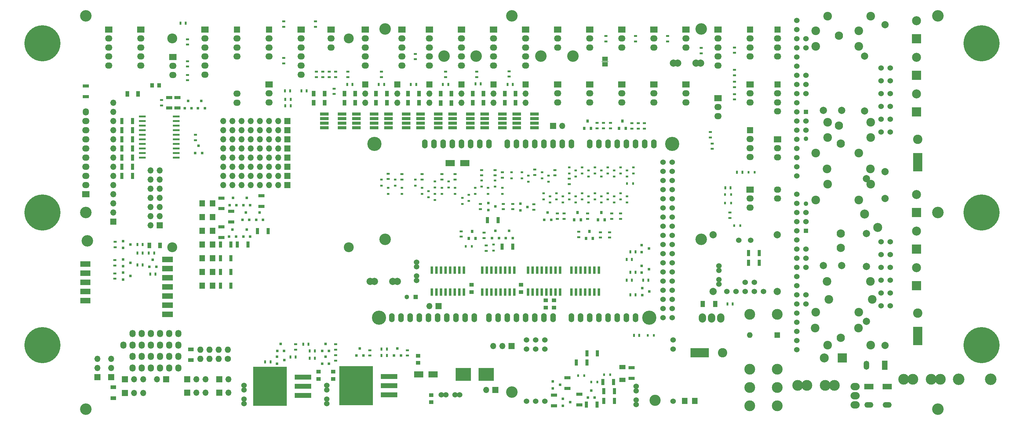
<source format=gts>
%TF.GenerationSoftware,KiCad,Pcbnew,(2017-02-19 revision a416f3a4e)-master*%
%TF.CreationDate,2017-04-18T11:18:29+02:00*%
%TF.ProjectId,ardumower mega shield svn,617264756D6F776572206D6567612073,1.3*%
%TF.FileFunction,Soldermask,Top*%
%TF.FilePolarity,Negative*%
%FSLAX46Y46*%
G04 Gerber Fmt 4.6, Leading zero omitted, Abs format (unit mm)*
G04 Created by KiCad (PCBNEW (2017-02-19 revision a416f3a4e)-master) date 04/18/17 11:18:29*
%MOMM*%
%LPD*%
G01*
G04 APERTURE LIST*
%ADD10C,0.100000*%
%ADD11R,2.500000X1.800000*%
%ADD12O,1.727200X2.032000*%
%ADD13C,2.750000*%
%ADD14C,2.000000*%
%ADD15C,1.524000*%
%ADD16R,1.600200X1.168400*%
%ADD17O,1.524000X2.540000*%
%ADD18C,3.937000*%
%ADD19R,1.700000X1.700000*%
%ADD20O,1.700000X1.700000*%
%ADD21R,0.800100X0.800100*%
%ADD22R,2.499360X1.501140*%
%ADD23O,2.499360X1.501140*%
%ADD24R,1.300000X1.300000*%
%ADD25C,1.300000*%
%ADD26C,1.998980*%
%ADD27C,2.301240*%
%ADD28C,1.501140*%
%ADD29C,3.200000*%
%ADD30C,10.000000*%
%ADD31C,2.500000*%
%ADD32R,2.500000X2.500000*%
%ADD33R,2.600000X2.600000*%
%ADD34C,2.600000*%
%ADD35C,3.100000*%
%ADD36C,2.999740*%
%ADD37R,1.250000X1.000000*%
%ADD38R,1.597660X1.800860*%
%ADD39R,4.191000X3.556000*%
%ADD40R,2.381200X0.958800*%
%ADD41R,1.699260X1.300480*%
%ADD42R,4.600000X1.390000*%
%ADD43R,9.400000X10.800000*%
%ADD44O,2.032000X2.540000*%
%ADD45O,2.540000X2.032000*%
%ADD46O,2.032000X1.727200*%
%ADD47R,2.032000X1.727200*%
%ADD48R,1.720000X1.720000*%
%ADD49O,2.032000X1.720000*%
%ADD50O,2.023000X1.720000*%
%ADD51R,2.032000X1.720000*%
%ADD52R,2.032000X1.700000*%
%ADD53O,2.032000X1.710000*%
%ADD54R,2.032000X1.710000*%
%ADD55R,0.660400X2.032000*%
%ADD56R,1.300480X1.699260*%
%ADD57R,1.000000X1.250000*%
%ADD58C,2.400000*%
%ADD59R,1.000000X1.600000*%
%ADD60R,1.600000X1.000000*%
%ADD61R,1.950000X0.600000*%
%ADD62R,0.900000X0.500000*%
%ADD63R,0.500000X0.900000*%
%ADD64R,0.600000X0.800000*%
%ADD65R,0.800000X0.600000*%
%ADD66R,0.800000X0.900000*%
%ADD67R,0.900000X1.700000*%
%ADD68R,1.700000X0.900000*%
%ADD69R,1.524000X1.524000*%
%ADD70O,1.727200X1.727200*%
%ADD71C,1.727200*%
%ADD72R,1.501140X2.499360*%
%ADD73O,1.501140X2.499360*%
%ADD74R,1.600000X1.600000*%
%ADD75O,1.600000X1.600000*%
G04 APERTURE END LIST*
D10*
G36*
X173456600Y-45643800D02*
X173456600Y-45796200D01*
X175285400Y-45796200D01*
X175285400Y-45643800D01*
X173456600Y-45643800D01*
G37*
D11*
X135477000Y-73914000D03*
X131477000Y-73914000D03*
X122714000Y-132588000D03*
X126714000Y-132588000D03*
D12*
X43408600Y-121259600D03*
X45948600Y-121259600D03*
X48488600Y-121259600D03*
X51028600Y-121259600D03*
X53568600Y-121259600D03*
X56108600Y-121259600D03*
X40868600Y-124434600D03*
X43408600Y-124434600D03*
X45948600Y-124434600D03*
X48488600Y-124434600D03*
X51028600Y-124434600D03*
X53568600Y-124434600D03*
X56108600Y-124434600D03*
X43408600Y-130784600D03*
X45948600Y-130784600D03*
X48488600Y-130784600D03*
X51028600Y-130784600D03*
X53568600Y-130784600D03*
X56108600Y-130784600D03*
X56108600Y-130784600D03*
X56108600Y-130784600D03*
X56108600Y-127609600D03*
X53568600Y-127609600D03*
X51028600Y-127609600D03*
X48488600Y-127609600D03*
X45948600Y-127609600D03*
X43408600Y-127609600D03*
D13*
X54367000Y-97326000D03*
X103367000Y-39326000D03*
X103367000Y-97326000D03*
X54367000Y-39326000D03*
D14*
X252031500Y-35496500D03*
X252031500Y-76263500D03*
D15*
X230124000Y-39370000D03*
X230124000Y-41910000D03*
X230124000Y-49530000D03*
X230124000Y-52070000D03*
X230124000Y-54610000D03*
X230124000Y-62230000D03*
X230124000Y-64770000D03*
X250952000Y-47498000D03*
X250952000Y-51054000D03*
X250952000Y-54610000D03*
X250952000Y-58166000D03*
X250952000Y-61722000D03*
X250952000Y-65278000D03*
X227584000Y-34290000D03*
X227584000Y-36830000D03*
X227584000Y-39370000D03*
X227584000Y-41910000D03*
X227584000Y-44450000D03*
X227584000Y-46990000D03*
X227584000Y-49530000D03*
X227584000Y-52070000D03*
X227584000Y-54610000D03*
X227584000Y-57150000D03*
X227584000Y-59690000D03*
X227584000Y-62230000D03*
X227584000Y-64770000D03*
X227584000Y-67310000D03*
X227584000Y-69850000D03*
X227584000Y-72390000D03*
X227584000Y-74930000D03*
X227584000Y-77470000D03*
X253492000Y-65278000D03*
X253492000Y-61722000D03*
X253492000Y-58166000D03*
X253492000Y-54610000D03*
X253492000Y-51054000D03*
X253492000Y-47498000D03*
X253492000Y-95758000D03*
X253492000Y-99314000D03*
X253492000Y-102870000D03*
X253492000Y-106426000D03*
X253492000Y-109982000D03*
X253492000Y-113538000D03*
X227584000Y-125730000D03*
X227584000Y-123190000D03*
X227584000Y-120650000D03*
X227584000Y-118110000D03*
X227584000Y-115570000D03*
X227584000Y-113030000D03*
X227584000Y-110490000D03*
X227584000Y-107950000D03*
X227584000Y-105410000D03*
X227584000Y-102870000D03*
X227584000Y-100330000D03*
X227584000Y-97790000D03*
X227584000Y-95250000D03*
X227584000Y-92710000D03*
X227584000Y-90170000D03*
X227584000Y-87630000D03*
X227584000Y-85090000D03*
X227584000Y-82550000D03*
X250952000Y-113538000D03*
X250952000Y-109982000D03*
X250952000Y-106426000D03*
X250952000Y-102870000D03*
X250952000Y-99314000D03*
X250952000Y-95758000D03*
X230124000Y-113030000D03*
X230124000Y-110490000D03*
X230124000Y-102870000D03*
X230124000Y-100330000D03*
X230124000Y-97790000D03*
X230124000Y-90170000D03*
X230124000Y-87630000D03*
D14*
X252031500Y-124523500D03*
X252031500Y-83756500D03*
D16*
X174371000Y-46482000D03*
X174371000Y-44958000D03*
D17*
X124460000Y-68580000D03*
X127000000Y-68580000D03*
X115316000Y-116840000D03*
X117856000Y-116840000D03*
D15*
X193040000Y-73660000D03*
X190500000Y-73660000D03*
X193040000Y-76200000D03*
X190500000Y-76200000D03*
X193040000Y-78740000D03*
X190500000Y-78740000D03*
X193040000Y-81280000D03*
X190500000Y-81280000D03*
X193040000Y-83820000D03*
X190500000Y-83820000D03*
X193040000Y-86360000D03*
X190500000Y-86360000D03*
X193040000Y-88900000D03*
X190500000Y-88900000D03*
X193040000Y-91440000D03*
X190500000Y-91440000D03*
X193040000Y-93980000D03*
X190500000Y-93980000D03*
X193040000Y-96520000D03*
X190500000Y-96520000D03*
X193040000Y-99060000D03*
X190500000Y-99060000D03*
X193040000Y-101600000D03*
X190500000Y-101600000D03*
X190500000Y-104140000D03*
X193040000Y-104140000D03*
X193040000Y-116840000D03*
X190500000Y-116840000D03*
X193040000Y-106680000D03*
X190500000Y-106680000D03*
X193040000Y-109220000D03*
X190500000Y-109220000D03*
X193040000Y-111760000D03*
X190500000Y-111760000D03*
X193040000Y-114300000D03*
X190500000Y-114300000D03*
D18*
X110490000Y-68580000D03*
X111760000Y-116840000D03*
X186690000Y-116840000D03*
X193040000Y-68580000D03*
D17*
X134620000Y-68580000D03*
X120396000Y-116840000D03*
X122936000Y-116840000D03*
X125476000Y-116840000D03*
X128016000Y-116840000D03*
X130556000Y-116840000D03*
X133096000Y-116840000D03*
X135636000Y-116840000D03*
X138176000Y-116840000D03*
X142240000Y-116840000D03*
X144780000Y-116840000D03*
X147320000Y-116840000D03*
X149860000Y-116840000D03*
X152400000Y-116840000D03*
X154940000Y-116840000D03*
X157480000Y-116840000D03*
X160020000Y-116840000D03*
X129540000Y-68580000D03*
X132080000Y-68580000D03*
X137160000Y-68580000D03*
X139700000Y-68580000D03*
X142240000Y-68580000D03*
X152400000Y-68580000D03*
X149860000Y-68580000D03*
X147320000Y-68580000D03*
X154940000Y-68580000D03*
X157480000Y-68580000D03*
X160020000Y-68580000D03*
X177800000Y-68580000D03*
X175260000Y-68580000D03*
X172720000Y-68580000D03*
X162560000Y-68580000D03*
X165100000Y-68580000D03*
X170180000Y-68580000D03*
X180340000Y-68580000D03*
X182880000Y-68580000D03*
X185420000Y-68580000D03*
X187960000Y-68580000D03*
X182880000Y-116840000D03*
X180340000Y-116840000D03*
X177800000Y-116840000D03*
X175260000Y-116840000D03*
X172720000Y-116840000D03*
X170180000Y-116840000D03*
X167640000Y-116840000D03*
X165100000Y-116840000D03*
D19*
X152400000Y-52070000D03*
D20*
X152400000Y-54610000D03*
X152400000Y-57150000D03*
D19*
X143510000Y-52070000D03*
D20*
X143510000Y-54610000D03*
X143510000Y-57150000D03*
D19*
X134620000Y-52070000D03*
D20*
X134620000Y-54610000D03*
X134620000Y-57150000D03*
D19*
X125730000Y-52070000D03*
D20*
X125730000Y-54610000D03*
X125730000Y-57150000D03*
D19*
X116840000Y-52070000D03*
D20*
X116840000Y-54610000D03*
X116840000Y-57150000D03*
D19*
X107950000Y-52070000D03*
D20*
X107950000Y-54610000D03*
X107950000Y-57150000D03*
D19*
X58547000Y-133985000D03*
D20*
X61087000Y-133985000D03*
X63627000Y-133985000D03*
D19*
X41275000Y-133985000D03*
D20*
X43815000Y-133985000D03*
X46355000Y-133985000D03*
D19*
X37465000Y-133350000D03*
D20*
X37465000Y-130810000D03*
X37465000Y-128270000D03*
D19*
X52705000Y-133985000D03*
D20*
X50165000Y-133985000D03*
D19*
X67437000Y-137668000D03*
D20*
X69977000Y-137668000D03*
D19*
X67437000Y-133985000D03*
D20*
X69977000Y-133985000D03*
D19*
X86360000Y-80010000D03*
D20*
X83820000Y-80010000D03*
X81280000Y-80010000D03*
X78740000Y-80010000D03*
X76200000Y-80010000D03*
X73660000Y-80010000D03*
X71120000Y-80010000D03*
X68580000Y-80010000D03*
D19*
X86360000Y-77470000D03*
D20*
X83820000Y-77470000D03*
X81280000Y-77470000D03*
X78740000Y-77470000D03*
X76200000Y-77470000D03*
X73660000Y-77470000D03*
X71120000Y-77470000D03*
X68580000Y-77470000D03*
D19*
X86360000Y-74930000D03*
D20*
X83820000Y-74930000D03*
X81280000Y-74930000D03*
X78740000Y-74930000D03*
X76200000Y-74930000D03*
X73660000Y-74930000D03*
X71120000Y-74930000D03*
X68580000Y-74930000D03*
D19*
X86360000Y-69850000D03*
D20*
X83820000Y-69850000D03*
X81280000Y-69850000D03*
X78740000Y-69850000D03*
X76200000Y-69850000D03*
X73660000Y-69850000D03*
X71120000Y-69850000D03*
X68580000Y-69850000D03*
D19*
X86360000Y-67310000D03*
D20*
X83820000Y-67310000D03*
X81280000Y-67310000D03*
X78740000Y-67310000D03*
X76200000Y-67310000D03*
X73660000Y-67310000D03*
X71120000Y-67310000D03*
X68580000Y-67310000D03*
D19*
X86360000Y-64770000D03*
D20*
X83820000Y-64770000D03*
X81280000Y-64770000D03*
X78740000Y-64770000D03*
X76200000Y-64770000D03*
X73660000Y-64770000D03*
X71120000Y-64770000D03*
X68580000Y-64770000D03*
D19*
X86360000Y-62230000D03*
D20*
X83820000Y-62230000D03*
X81280000Y-62230000D03*
X78740000Y-62230000D03*
X76200000Y-62230000D03*
X73660000Y-62230000D03*
X71120000Y-62230000D03*
X68580000Y-62230000D03*
D21*
X170561000Y-137050780D03*
X171511000Y-139049760D03*
X169611000Y-139049760D03*
D22*
X252603000Y-136017000D03*
D23*
X252603000Y-141097000D03*
D24*
X121920000Y-111125000D03*
D25*
X119420000Y-111125000D03*
D23*
X247523000Y-141097000D03*
D22*
X247523000Y-136017000D03*
D25*
X230124000Y-85210000D03*
D24*
X230124000Y-92710000D03*
X230124000Y-59690000D03*
D25*
X230124000Y-67190000D03*
D26*
X246380000Y-44196000D03*
X246380000Y-59436000D03*
X246888000Y-102616000D03*
X246888000Y-117856000D03*
X246888000Y-78232000D03*
X246888000Y-93472000D03*
D27*
X239268000Y-63500000D03*
X239268000Y-38501320D03*
X239776000Y-122428000D03*
X239776000Y-97429320D03*
X239776000Y-68473320D03*
X239776000Y-93472000D03*
D28*
X183007000Y-139700000D03*
X183007000Y-137160000D03*
D15*
X183007000Y-135890000D03*
X183007000Y-140970000D03*
D29*
X30480000Y-87630000D03*
X30480000Y-142240000D03*
X148590000Y-33020000D03*
X148590000Y-137541000D03*
X266700000Y-33020000D03*
X266700000Y-87630000D03*
X266700000Y-142240000D03*
D30*
X18415000Y-40640000D03*
X18415000Y-87630000D03*
X18415000Y-124460000D03*
X278765000Y-40640000D03*
X278765000Y-87630000D03*
X278765000Y-124460000D03*
D29*
X272415000Y-133985000D03*
X281305000Y-133985000D03*
D31*
X260731000Y-102950000D03*
D32*
X260731000Y-107950000D03*
X260731000Y-97790000D03*
D31*
X260731000Y-92790000D03*
X260731000Y-82630000D03*
D32*
X260731000Y-87630000D03*
D31*
X260731000Y-54690000D03*
D32*
X260731000Y-59690000D03*
D31*
X260731000Y-44530000D03*
D32*
X260731000Y-49530000D03*
D31*
X260731000Y-34370000D03*
D32*
X260731000Y-39370000D03*
D14*
X200903840Y-46177200D03*
X193304160Y-46177200D03*
X199644000Y-46177200D03*
X194564000Y-46177200D03*
D15*
X210693000Y-109601000D03*
X208153000Y-109601000D03*
X218313000Y-109601000D03*
X211455000Y-95377000D03*
X214757000Y-95377000D03*
D14*
X204343000Y-109601000D03*
X222123000Y-109601000D03*
X204343000Y-93853000D03*
X222123000Y-93853000D03*
D15*
X215773000Y-109601000D03*
X213233000Y-109601000D03*
X213233000Y-107061000D03*
X215773000Y-107061000D03*
D33*
X261112000Y-123190000D03*
X261112000Y-120650000D03*
D34*
X261112000Y-115570000D03*
D33*
X261112000Y-123190000D03*
X199390000Y-126619000D03*
X201930000Y-126619000D03*
D34*
X207010000Y-126619000D03*
D33*
X199390000Y-126619000D03*
X261112000Y-74930000D03*
X261112000Y-72390000D03*
D34*
X261112000Y-67310000D03*
D33*
X261112000Y-74930000D03*
D15*
X193294000Y-125603000D03*
X157734000Y-125603000D03*
X152654000Y-125603000D03*
X155194000Y-125603000D03*
X157734000Y-123063000D03*
X155194000Y-123063000D03*
X157734000Y-140081000D03*
X155194000Y-140081000D03*
D35*
X188224000Y-139817000D03*
D15*
X193294000Y-140081000D03*
X193294000Y-123063000D03*
X152654000Y-123063000D03*
X152654000Y-140081000D03*
D36*
X222123000Y-141351000D03*
X222123000Y-136271000D03*
X222123000Y-131191000D03*
X214503000Y-141351000D03*
X214503000Y-136271000D03*
X214503000Y-131191000D03*
X214503000Y-115951000D03*
X222123000Y-115951000D03*
D28*
X205994000Y-103759000D03*
X205994000Y-106299000D03*
D15*
X205994000Y-107569000D03*
X205994000Y-102489000D03*
D37*
X126238000Y-138319000D03*
X126238000Y-140319000D03*
X99060000Y-131842000D03*
X99060000Y-133842000D03*
X94996000Y-133842000D03*
X94996000Y-131842000D03*
X122555000Y-127397000D03*
X122555000Y-129397000D03*
D38*
X196446140Y-139954000D03*
X199285860Y-139954000D03*
D39*
X135128000Y-132588000D03*
X141478000Y-132588000D03*
D40*
X101523800Y-60325000D03*
X101523800Y-61595000D03*
X101523800Y-62865000D03*
X101523800Y-64135000D03*
X96596200Y-64135000D03*
X96596200Y-62865000D03*
X96596200Y-61595000D03*
X96596200Y-60325000D03*
X110413800Y-60325000D03*
X110413800Y-61595000D03*
X110413800Y-62865000D03*
X110413800Y-64135000D03*
X105486200Y-64135000D03*
X105486200Y-62865000D03*
X105486200Y-61595000D03*
X105486200Y-60325000D03*
X119303800Y-60325000D03*
X119303800Y-61595000D03*
X119303800Y-62865000D03*
X119303800Y-64135000D03*
X114376200Y-64135000D03*
X114376200Y-62865000D03*
X114376200Y-61595000D03*
X114376200Y-60325000D03*
X123266200Y-60325000D03*
X123266200Y-61595000D03*
X123266200Y-62865000D03*
X123266200Y-64135000D03*
X128193800Y-64135000D03*
X128193800Y-62865000D03*
X128193800Y-61595000D03*
X128193800Y-60325000D03*
X137083800Y-60325000D03*
X137083800Y-61595000D03*
X137083800Y-62865000D03*
X137083800Y-64135000D03*
X132156200Y-64135000D03*
X132156200Y-62865000D03*
X132156200Y-61595000D03*
X132156200Y-60325000D03*
X141046200Y-60325000D03*
X141046200Y-61595000D03*
X141046200Y-62865000D03*
X141046200Y-64135000D03*
X145973800Y-64135000D03*
X145973800Y-62865000D03*
X145973800Y-61595000D03*
X145973800Y-60325000D03*
X149936200Y-60325000D03*
X149936200Y-61595000D03*
X149936200Y-62865000D03*
X149936200Y-64135000D03*
X154863800Y-64135000D03*
X154863800Y-62865000D03*
X154863800Y-61595000D03*
X154863800Y-60325000D03*
D21*
X184673240Y-108651000D03*
X184673240Y-110551000D03*
X186672220Y-109601000D03*
X186545220Y-103378000D03*
X184546240Y-104328000D03*
X184546240Y-102428000D03*
X184546240Y-96713000D03*
X184546240Y-98613000D03*
X186545220Y-97663000D03*
X49022000Y-100728780D03*
X49972000Y-102727760D03*
X48072000Y-102727760D03*
X40782240Y-95570000D03*
X40782240Y-97470000D03*
X42781220Y-96520000D03*
X42781220Y-101600000D03*
X40782240Y-102550000D03*
X40782240Y-100650000D03*
X40782240Y-104333000D03*
X40782240Y-106233000D03*
X42781220Y-105283000D03*
D41*
X179197000Y-130583940D03*
X179197000Y-134084060D03*
D42*
X114554000Y-135763000D03*
D43*
X105404000Y-135763000D03*
D42*
X114554000Y-133223000D03*
X114554000Y-138303000D03*
X90678000Y-138430000D03*
X90678000Y-133350000D03*
D43*
X81528000Y-135890000D03*
D42*
X90678000Y-135890000D03*
D44*
X203962000Y-116967000D03*
X206502000Y-116967000D03*
X201422000Y-116967000D03*
D45*
X243713000Y-141097000D03*
X243713000Y-136017000D03*
X243713000Y-138557000D03*
D38*
X65554860Y-104140000D03*
X62715140Y-104140000D03*
X62715140Y-107950000D03*
X65554860Y-107950000D03*
X65554860Y-96520000D03*
X62715140Y-96520000D03*
X62715140Y-85090000D03*
X65554860Y-85090000D03*
X65554860Y-100330000D03*
X62715140Y-100330000D03*
X62715140Y-88900000D03*
X65554860Y-88900000D03*
X65554860Y-92710000D03*
X62715140Y-92710000D03*
D21*
X161907220Y-135509000D03*
X159908240Y-136459000D03*
X159908240Y-134559000D03*
X162702240Y-139385000D03*
X162702240Y-141285000D03*
X164701220Y-140335000D03*
X61722000Y-69105780D03*
X62672000Y-71104760D03*
X60772000Y-71104760D03*
D46*
X81280000Y-57070000D03*
X81280000Y-54570000D03*
D47*
X81280000Y-52070000D03*
D48*
X222250000Y-36830000D03*
D49*
X222250000Y-39330000D03*
D50*
X222250000Y-41830000D03*
D49*
X222250000Y-44330000D03*
D48*
X214630000Y-36830000D03*
D49*
X214630000Y-39330000D03*
D50*
X214630000Y-41830000D03*
D49*
X214630000Y-44330000D03*
D51*
X107950000Y-36830000D03*
D49*
X107950000Y-39330000D03*
X107950000Y-41830000D03*
X107950000Y-44330000D03*
X107950000Y-46830000D03*
X118110000Y-46830000D03*
X118110000Y-44330000D03*
X118110000Y-41830000D03*
X118110000Y-39330000D03*
D51*
X118110000Y-36830000D03*
D49*
X125730000Y-46830000D03*
X125730000Y-44330000D03*
X125730000Y-41830000D03*
X125730000Y-39330000D03*
D51*
X125730000Y-36830000D03*
X134620000Y-36830000D03*
D49*
X134620000Y-39330000D03*
X134620000Y-41830000D03*
X134620000Y-44330000D03*
X134620000Y-46830000D03*
D52*
X143510000Y-36830000D03*
D49*
X143510000Y-39330000D03*
X143510000Y-41830000D03*
X143510000Y-44330000D03*
X143510000Y-46830000D03*
X152400000Y-46830000D03*
X152400000Y-44330000D03*
X152400000Y-41830000D03*
X152400000Y-39330000D03*
D51*
X152400000Y-36830000D03*
D48*
X214630000Y-64770000D03*
D49*
X214630000Y-67270000D03*
D50*
X214630000Y-69770000D03*
D49*
X214630000Y-72270000D03*
X222250000Y-59570000D03*
D50*
X222250000Y-57070000D03*
D49*
X222250000Y-54570000D03*
D48*
X222250000Y-52070000D03*
D51*
X54610000Y-44450000D03*
D49*
X54610000Y-46950000D03*
X54610000Y-49450000D03*
X98425000Y-41830000D03*
X98425000Y-39330000D03*
D51*
X98425000Y-36830000D03*
D49*
X179070000Y-41830000D03*
X179070000Y-39330000D03*
D51*
X179070000Y-36830000D03*
X161290000Y-52070000D03*
D49*
X161290000Y-54570000D03*
X161290000Y-57070000D03*
X170180000Y-57070000D03*
X170180000Y-54570000D03*
D51*
X170180000Y-52070000D03*
X170180000Y-36830000D03*
D49*
X170180000Y-39330000D03*
X170180000Y-41830000D03*
X179070000Y-57070000D03*
X179070000Y-54570000D03*
D51*
X179070000Y-52070000D03*
D49*
X161290000Y-41830000D03*
X161290000Y-39330000D03*
D51*
X161290000Y-36830000D03*
X222250000Y-67310000D03*
D49*
X222250000Y-69810000D03*
X222250000Y-72310000D03*
D51*
X214630000Y-81280000D03*
D53*
X214630000Y-83780000D03*
X214630000Y-86280000D03*
X222250000Y-83780000D03*
X222250000Y-81280000D03*
X72390000Y-54650000D03*
X72390000Y-57150000D03*
D49*
X205740000Y-46830000D03*
X205740000Y-44330000D03*
X205740000Y-41830000D03*
X205740000Y-39330000D03*
D51*
X205740000Y-36830000D03*
D53*
X63500000Y-49330000D03*
X63500000Y-46830000D03*
X63500000Y-44330000D03*
X63500000Y-41830000D03*
X63500000Y-39330000D03*
D54*
X63500000Y-36830000D03*
D53*
X90170000Y-49330000D03*
X90170000Y-46830000D03*
X90170000Y-44330000D03*
X90170000Y-41830000D03*
X90170000Y-39330000D03*
D54*
X90170000Y-36830000D03*
X214630000Y-52070000D03*
D53*
X214630000Y-54570000D03*
X214630000Y-57070000D03*
D54*
X205740000Y-55880000D03*
D53*
X205740000Y-58380000D03*
X205740000Y-60880000D03*
D29*
X30480000Y-33020000D03*
D55*
X165100000Y-109753400D03*
X166370000Y-109753400D03*
X167640000Y-109753400D03*
X168910000Y-109753400D03*
X170180000Y-109753400D03*
X171450000Y-109753400D03*
X172720000Y-109753400D03*
X172720000Y-103606600D03*
X171450000Y-103606600D03*
X170180000Y-103606600D03*
X168910000Y-103606600D03*
X167640000Y-103606600D03*
X166370000Y-103606600D03*
X165100000Y-103606600D03*
X161925000Y-103606600D03*
X160655000Y-103606600D03*
X159385000Y-103606600D03*
X158115000Y-103606600D03*
X156845000Y-103606600D03*
X155575000Y-103606600D03*
X154305000Y-103606600D03*
X153035000Y-103606600D03*
X153035000Y-109753400D03*
X154305000Y-109753400D03*
X155575000Y-109753400D03*
X156845000Y-109753400D03*
X158115000Y-109753400D03*
X159385000Y-109753400D03*
X160655000Y-109753400D03*
X161925000Y-109753400D03*
X135255000Y-109753400D03*
X133985000Y-109753400D03*
X132715000Y-109753400D03*
X131445000Y-109753400D03*
X130175000Y-109753400D03*
X128905000Y-109753400D03*
X127635000Y-109753400D03*
X126365000Y-109753400D03*
X126365000Y-103606600D03*
X127635000Y-103606600D03*
X128905000Y-103606600D03*
X130175000Y-103606600D03*
X131445000Y-103606600D03*
X132715000Y-103606600D03*
X133985000Y-103606600D03*
X135255000Y-103606600D03*
X149225000Y-103606600D03*
X147955000Y-103606600D03*
X146685000Y-103606600D03*
X145415000Y-103606600D03*
X144145000Y-103606600D03*
X142875000Y-103606600D03*
X141605000Y-103606600D03*
X140335000Y-103606600D03*
X140335000Y-109753400D03*
X141605000Y-109753400D03*
X142875000Y-109753400D03*
X144145000Y-109753400D03*
X145415000Y-109753400D03*
X146685000Y-109753400D03*
X147955000Y-109753400D03*
X149225000Y-109753400D03*
D53*
X196850000Y-41830000D03*
X196850000Y-39330000D03*
D54*
X196850000Y-36830000D03*
D53*
X187960000Y-41830000D03*
X187960000Y-39330000D03*
D54*
X187960000Y-36830000D03*
X196850000Y-52070000D03*
D53*
X196850000Y-54570000D03*
X196850000Y-57070000D03*
X187960000Y-57070000D03*
X187960000Y-54570000D03*
D54*
X187960000Y-52070000D03*
D37*
X160274000Y-114030000D03*
X160274000Y-112030000D03*
X137414000Y-107712000D03*
X137414000Y-109712000D03*
X151130000Y-109712000D03*
X151130000Y-107712000D03*
X157988000Y-112030000D03*
X157988000Y-114030000D03*
D56*
X201449940Y-113030000D03*
X204950060Y-113030000D03*
D57*
X48784000Y-52324000D03*
X50784000Y-52324000D03*
D21*
X75057000Y-92346780D03*
X76007000Y-94345760D03*
X74107000Y-94345760D03*
X70170000Y-94345760D03*
X72070000Y-94345760D03*
X71120000Y-92346780D03*
X78613000Y-87647780D03*
X79563000Y-89646760D03*
X77663000Y-89646760D03*
X73853000Y-89646760D03*
X75753000Y-89646760D03*
X74803000Y-87647780D03*
X75057000Y-83583780D03*
X76007000Y-85582760D03*
X74107000Y-85582760D03*
X70297000Y-85582760D03*
X72197000Y-85582760D03*
X71247000Y-83583780D03*
X143068000Y-94726760D03*
X144968000Y-94726760D03*
X144018000Y-92727780D03*
X147828000Y-92727780D03*
X148778000Y-94726760D03*
X146878000Y-94726760D03*
X57851000Y-58658760D03*
X59751000Y-58658760D03*
X58801000Y-56659780D03*
X62484000Y-56659780D03*
X63434000Y-58658760D03*
X61534000Y-58658760D03*
D58*
X244760000Y-41529000D03*
X232760000Y-41529000D03*
X236062000Y-66802000D03*
X248062000Y-66802000D03*
X232760000Y-37211000D03*
X244760000Y-37211000D03*
X236062000Y-33147000D03*
X248062000Y-33147000D03*
X232633000Y-119761000D03*
X244633000Y-119761000D03*
X236062000Y-124460000D03*
X248062000Y-124460000D03*
X232760000Y-115316000D03*
X244760000Y-115316000D03*
X236443000Y-111760000D03*
X248443000Y-111760000D03*
X232760000Y-84201000D03*
X244760000Y-84201000D03*
X236062000Y-79756000D03*
X248062000Y-79756000D03*
X232760000Y-71120000D03*
X244760000Y-71120000D03*
X247935000Y-75565000D03*
X235935000Y-75565000D03*
X235935000Y-106807000D03*
X247935000Y-106807000D03*
X248062000Y-62611000D03*
X236062000Y-62611000D03*
D26*
X240030000Y-102331520D03*
X234950000Y-102331520D03*
X234950000Y-59278520D03*
X240030000Y-59278520D03*
D21*
X95951000Y-126095760D03*
X97851000Y-126095760D03*
X96901000Y-124096780D03*
X96901000Y-127652780D03*
X97851000Y-129651760D03*
X95951000Y-129651760D03*
X83454240Y-127701000D03*
X83454240Y-129601000D03*
X85453220Y-128651000D03*
X84455000Y-124096780D03*
X85405000Y-126095760D03*
X83505000Y-126095760D03*
X115890000Y-127365760D03*
X117790000Y-127365760D03*
X116840000Y-125366780D03*
X106426000Y-125366780D03*
X107376000Y-127365760D03*
X105476000Y-127365760D03*
D51*
X45720000Y-36830000D03*
D49*
X45720000Y-39330000D03*
X45720000Y-41830000D03*
X45720000Y-44330000D03*
X45720000Y-46830000D03*
D31*
X235157000Y-128016000D03*
D32*
X240157000Y-128016000D03*
D51*
X36830000Y-36830000D03*
D49*
X36830000Y-39330000D03*
X36830000Y-41830000D03*
X36830000Y-44330000D03*
X36830000Y-46830000D03*
D21*
X152890220Y-86106000D03*
X150891240Y-87056000D03*
X150891240Y-85156000D03*
X158496000Y-87647780D03*
X159446000Y-89646760D03*
X157546000Y-89646760D03*
X144000220Y-85979000D03*
X142001240Y-86929000D03*
X142001240Y-85029000D03*
D20*
X141478000Y-136906000D03*
D19*
X144018000Y-136906000D03*
D20*
X143383000Y-124714000D03*
X145923000Y-124714000D03*
D19*
X148463000Y-124714000D03*
D12*
X30480000Y-59690000D03*
D46*
X30480000Y-62230000D03*
X30480000Y-64770000D03*
X30480000Y-67310000D03*
X30480000Y-69850000D03*
X30480000Y-72390000D03*
X30480000Y-74930000D03*
X30480000Y-77470000D03*
X30480000Y-80010000D03*
D47*
X30480000Y-82550000D03*
D59*
X102132000Y-57150000D03*
X105132000Y-57150000D03*
X110895000Y-57150000D03*
X113895000Y-57150000D03*
X122785000Y-57150000D03*
X119785000Y-57150000D03*
X93623000Y-57150000D03*
X96623000Y-57150000D03*
X131802000Y-57277000D03*
X128802000Y-57277000D03*
X137692000Y-57150000D03*
X140692000Y-57150000D03*
X149582000Y-57150000D03*
X146582000Y-57150000D03*
X110895000Y-54610000D03*
X113895000Y-54610000D03*
X119785000Y-54610000D03*
X122785000Y-54610000D03*
X131802000Y-54610000D03*
X128802000Y-54610000D03*
X137692000Y-54610000D03*
X140692000Y-54610000D03*
X149582000Y-54610000D03*
X146582000Y-54610000D03*
X102132000Y-54610000D03*
X105132000Y-54610000D03*
X96623000Y-54610000D03*
X93623000Y-54610000D03*
D29*
X138684000Y-44196000D03*
X156591000Y-44196000D03*
D59*
X51030000Y-96774000D03*
X48030000Y-96774000D03*
D60*
X38100000Y-136168000D03*
X38100000Y-139168000D03*
X59563000Y-125627000D03*
X59563000Y-128627000D03*
D59*
X44934000Y-54737000D03*
X41934000Y-54737000D03*
D29*
X165481000Y-44196000D03*
X129794000Y-44196000D03*
D31*
X246319522Y-88077522D03*
X249996478Y-91754478D03*
D49*
X72390000Y-44330000D03*
D50*
X72390000Y-41830000D03*
D49*
X72390000Y-39330000D03*
D48*
X72390000Y-36830000D03*
D61*
X46100000Y-72390000D03*
X46100000Y-71120000D03*
X46100000Y-69850000D03*
X46100000Y-68580000D03*
X46100000Y-67310000D03*
X46100000Y-66040000D03*
X46100000Y-64770000D03*
X46100000Y-63500000D03*
X46100000Y-62230000D03*
X46100000Y-60960000D03*
X55500000Y-60960000D03*
X55500000Y-62230000D03*
X55500000Y-63500000D03*
X55500000Y-64770000D03*
X55500000Y-66040000D03*
X55500000Y-67310000D03*
X55500000Y-68580000D03*
X55500000Y-69850000D03*
X55500000Y-71120000D03*
X55500000Y-72390000D03*
D49*
X81280000Y-44330000D03*
D50*
X81280000Y-41830000D03*
D49*
X81280000Y-39330000D03*
D48*
X81280000Y-36830000D03*
D62*
X145923000Y-76466000D03*
X145923000Y-77966000D03*
X99314000Y-54725000D03*
X99314000Y-53225000D03*
X129159000Y-76974000D03*
X129159000Y-78474000D03*
X85344000Y-44716000D03*
X85344000Y-46216000D03*
X183578500Y-62813500D03*
X183578500Y-64313500D03*
X210312000Y-43295000D03*
X210312000Y-41795000D03*
X123698000Y-78474000D03*
X123698000Y-76974000D03*
X118110000Y-76974000D03*
X118110000Y-78474000D03*
X114300000Y-76847000D03*
X114300000Y-78347000D03*
D63*
X210959000Y-76454000D03*
X212459000Y-76454000D03*
D62*
X209042000Y-89142000D03*
X209042000Y-87642000D03*
X210312000Y-49518000D03*
X210312000Y-48018000D03*
X204089000Y-69965000D03*
X204089000Y-68465000D03*
X201041000Y-41922000D03*
X201041000Y-43422000D03*
X203581000Y-66790000D03*
X203581000Y-65290000D03*
D63*
X87110000Y-53848000D03*
X85610000Y-53848000D03*
D62*
X173926500Y-62750000D03*
X173926500Y-64250000D03*
X58674000Y-49415000D03*
X58674000Y-50915000D03*
D63*
X56654000Y-35052000D03*
X58154000Y-35052000D03*
D62*
X143891000Y-75831000D03*
X143891000Y-77331000D03*
X140208000Y-77331000D03*
X140208000Y-75831000D03*
X154940000Y-77204000D03*
X154940000Y-75704000D03*
X160528000Y-75831000D03*
X160528000Y-77331000D03*
X85344000Y-36056000D03*
X85344000Y-34556000D03*
D63*
X90182000Y-53848000D03*
X91682000Y-53848000D03*
D62*
X51435000Y-57900000D03*
X51435000Y-56400000D03*
X132842000Y-78474000D03*
X132842000Y-76974000D03*
X94107000Y-34556000D03*
X94107000Y-36056000D03*
X139827000Y-86729000D03*
X139827000Y-85229000D03*
X146177000Y-85229000D03*
X146177000Y-86729000D03*
X148844000Y-86729000D03*
X148844000Y-85229000D03*
X154686000Y-86856000D03*
X154686000Y-85356000D03*
X161163000Y-87896000D03*
X161163000Y-89396000D03*
X163068000Y-89396000D03*
X163068000Y-87896000D03*
D63*
X182868000Y-110490000D03*
X181368000Y-110490000D03*
X186424000Y-106426000D03*
X184924000Y-106426000D03*
X181368000Y-104267000D03*
X182868000Y-104267000D03*
D62*
X130175000Y-48526000D03*
X130175000Y-50026000D03*
D63*
X180352000Y-106426000D03*
X181852000Y-106426000D03*
X181368000Y-98552000D03*
X182868000Y-98552000D03*
X180352000Y-100711000D03*
X181852000Y-100711000D03*
X208292000Y-113030000D03*
X209792000Y-113030000D03*
X113907000Y-127381000D03*
X112407000Y-127381000D03*
D62*
X109220000Y-125869000D03*
X109220000Y-127369000D03*
D63*
X113907000Y-125603000D03*
X112407000Y-125603000D03*
D62*
X88646000Y-125718000D03*
X88646000Y-124218000D03*
X99695000Y-124218000D03*
X99695000Y-125718000D03*
X99695000Y-128766000D03*
X99695000Y-127266000D03*
D63*
X93968000Y-128143000D03*
X92468000Y-128143000D03*
X87134000Y-127762000D03*
X88634000Y-127762000D03*
X93968000Y-126111000D03*
X92468000Y-126111000D03*
X81649000Y-129159000D03*
X80149000Y-129159000D03*
X90690000Y-124206000D03*
X92190000Y-124206000D03*
X49772000Y-104775000D03*
X48272000Y-104775000D03*
X44716000Y-102235000D03*
X46216000Y-102235000D03*
D62*
X38608000Y-95770000D03*
X38608000Y-97270000D03*
X38481000Y-100850000D03*
X38481000Y-102350000D03*
X38481000Y-104533000D03*
X38481000Y-106033000D03*
D63*
X46216000Y-96520000D03*
X44716000Y-96520000D03*
X44716000Y-98933000D03*
X46216000Y-98933000D03*
X47891000Y-98933000D03*
X49391000Y-98933000D03*
D62*
X60833000Y-66052000D03*
X60833000Y-67552000D03*
D63*
X85737000Y-58039000D03*
X87237000Y-58039000D03*
X85737000Y-56261000D03*
X87237000Y-56261000D03*
D62*
X164465000Y-79744000D03*
X164465000Y-78244000D03*
D63*
X207720500Y-80772000D03*
X209220500Y-80772000D03*
D64*
X211924000Y-91313000D03*
X210224000Y-91313000D03*
X214161000Y-76454000D03*
X215861000Y-76454000D03*
D65*
X138430000Y-82511000D03*
X138430000Y-80811000D03*
X141986000Y-82511000D03*
X141986000Y-80811000D03*
D64*
X168617000Y-132969000D03*
X166917000Y-132969000D03*
X175856000Y-132715000D03*
X174156000Y-132715000D03*
X187921000Y-121793000D03*
X186221000Y-121793000D03*
X172300000Y-134747000D03*
X170600000Y-134747000D03*
D65*
X140208000Y-78779000D03*
X140208000Y-80479000D03*
X143891000Y-78779000D03*
X143891000Y-80479000D03*
D64*
X207620500Y-85026500D03*
X209320500Y-85026500D03*
X207620500Y-82677000D03*
X209320500Y-82677000D03*
D65*
X178689000Y-84035000D03*
X178689000Y-82335000D03*
X180467000Y-84860500D03*
X180467000Y-83160500D03*
X176911000Y-84860500D03*
X176911000Y-83160500D03*
X175133000Y-84035000D03*
X175133000Y-82335000D03*
X173355000Y-84860500D03*
X173355000Y-83160500D03*
X127254000Y-84162000D03*
X127254000Y-82462000D03*
X134874000Y-85305000D03*
X134874000Y-83605000D03*
X171577000Y-84035000D03*
X171577000Y-82335000D03*
X125476000Y-83400000D03*
X125476000Y-81700000D03*
X136652000Y-82716000D03*
X136652000Y-84416000D03*
X169799000Y-84860500D03*
X169799000Y-83160500D03*
X168021000Y-84035000D03*
X168021000Y-82335000D03*
X180467000Y-77685000D03*
X180467000Y-75985000D03*
X178689000Y-76796000D03*
X178689000Y-75096000D03*
X176911000Y-75985000D03*
X176911000Y-77685000D03*
X175133000Y-76796000D03*
X175133000Y-75096000D03*
X173355000Y-75985000D03*
X173355000Y-77685000D03*
X171577000Y-75096000D03*
X171577000Y-76796000D03*
X169799000Y-75985000D03*
X169799000Y-77685000D03*
X168021000Y-75096000D03*
X168021000Y-76796000D03*
X166243000Y-75985000D03*
X166243000Y-77685000D03*
X164465000Y-75096000D03*
X164465000Y-76796000D03*
X162687000Y-83160500D03*
X162687000Y-84860500D03*
X160909000Y-82335000D03*
X160909000Y-84035000D03*
X166243000Y-83160500D03*
X166243000Y-84860500D03*
X164465000Y-82335000D03*
X164465000Y-84035000D03*
X153162000Y-77382000D03*
X153162000Y-79082000D03*
X151384000Y-76493000D03*
X151384000Y-78193000D03*
X145923000Y-80811000D03*
X145923000Y-82511000D03*
X148463000Y-76493000D03*
X148463000Y-78193000D03*
D64*
X180506000Y-79629000D03*
X182206000Y-79629000D03*
D65*
X182245000Y-75096000D03*
X182245000Y-76796000D03*
X129159000Y-80811000D03*
X129159000Y-82511000D03*
X127254000Y-80733000D03*
X127254000Y-79033000D03*
X159131000Y-83160500D03*
X159131000Y-84860500D03*
X157353000Y-82335000D03*
X157353000Y-84035000D03*
X114300000Y-80811000D03*
X114300000Y-82511000D03*
X112395000Y-78525000D03*
X112395000Y-80225000D03*
X158750000Y-77382000D03*
X158750000Y-79082000D03*
X156972000Y-78193000D03*
X156972000Y-76493000D03*
X118110000Y-82511000D03*
X118110000Y-80811000D03*
X116205000Y-80225000D03*
X116205000Y-78525000D03*
X132842000Y-80811000D03*
X132842000Y-82511000D03*
X131064000Y-79033000D03*
X131064000Y-80733000D03*
X123698000Y-80811000D03*
X123698000Y-82511000D03*
X121793000Y-78525000D03*
X121793000Y-80225000D03*
D62*
X119634000Y-127369000D03*
X119634000Y-125869000D03*
D63*
X113145000Y-52070000D03*
X111645000Y-52070000D03*
D62*
X112395000Y-50026000D03*
X112395000Y-48526000D03*
X121793000Y-45073000D03*
X121793000Y-43573000D03*
D63*
X122035000Y-52070000D03*
X120535000Y-52070000D03*
D62*
X138811000Y-50026000D03*
X138811000Y-48526000D03*
D63*
X130925000Y-52070000D03*
X129425000Y-52070000D03*
X139942000Y-51943000D03*
X138442000Y-51943000D03*
D62*
X147828000Y-48399000D03*
X147828000Y-49899000D03*
D63*
X147332000Y-52070000D03*
X148832000Y-52070000D03*
D62*
X191770000Y-38620000D03*
X191770000Y-40120000D03*
X182880000Y-40120000D03*
X182880000Y-38620000D03*
X174625000Y-38620000D03*
X174625000Y-40120000D03*
D63*
X104382000Y-52070000D03*
X102882000Y-52070000D03*
D62*
X103124000Y-50026000D03*
X103124000Y-48526000D03*
D66*
X173355000Y-87646000D03*
X174305000Y-89646000D03*
X172405000Y-89646000D03*
D62*
X176276000Y-89396000D03*
X176276000Y-87896000D03*
X178689000Y-89396000D03*
X178689000Y-87896000D03*
D66*
X166751000Y-87646000D03*
X167701000Y-89646000D03*
X165801000Y-89646000D03*
D62*
X169545000Y-87896000D03*
X169545000Y-89396000D03*
X167132000Y-92976000D03*
X167132000Y-94476000D03*
D66*
X170053000Y-92853000D03*
X171003000Y-94853000D03*
X169103000Y-94853000D03*
D62*
X173101000Y-94603000D03*
X173101000Y-93103000D03*
X175641000Y-94603000D03*
X175641000Y-93103000D03*
D67*
X176964000Y-139954000D03*
X174064000Y-139954000D03*
X176964000Y-137287000D03*
X174064000Y-137287000D03*
X217096000Y-98933000D03*
X214196000Y-98933000D03*
X217096000Y-101600000D03*
X214196000Y-101600000D03*
D20*
X68580000Y-72390000D03*
X71120000Y-72390000D03*
X73660000Y-72390000D03*
X76200000Y-72390000D03*
X78740000Y-72390000D03*
X81280000Y-72390000D03*
X83820000Y-72390000D03*
D19*
X86360000Y-72390000D03*
D67*
X40460000Y-69850000D03*
X43360000Y-69850000D03*
X40460000Y-72390000D03*
X43360000Y-72390000D03*
X40460000Y-64770000D03*
X43360000Y-64770000D03*
X40460000Y-74930000D03*
X43360000Y-74930000D03*
X43360000Y-77470000D03*
X40460000Y-77470000D03*
X43360000Y-67310000D03*
X40460000Y-67310000D03*
X43360000Y-62230000D03*
X40460000Y-62230000D03*
X70665000Y-100330000D03*
X67765000Y-100330000D03*
X148770000Y-97155000D03*
X145870000Y-97155000D03*
D68*
X68072000Y-94541000D03*
X68072000Y-91641000D03*
D67*
X67765000Y-96520000D03*
X70665000Y-96520000D03*
X72464000Y-96520000D03*
X75364000Y-96520000D03*
D68*
X70739000Y-90223000D03*
X70739000Y-87323000D03*
D67*
X141806000Y-89789000D03*
X144706000Y-89789000D03*
X80952000Y-92837000D03*
X78052000Y-92837000D03*
D68*
X68072000Y-86540000D03*
X68072000Y-83640000D03*
D67*
X67765000Y-104140000D03*
X70665000Y-104140000D03*
X70665000Y-107950000D03*
X67765000Y-107950000D03*
D68*
X53530500Y-55700000D03*
X53530500Y-58600000D03*
X79121000Y-83005000D03*
X79121000Y-85905000D03*
X55880000Y-55700000D03*
X55880000Y-58600000D03*
X163957000Y-136451000D03*
X163957000Y-133551000D03*
X160274000Y-141277000D03*
X160274000Y-138377000D03*
D67*
X173810000Y-134747000D03*
X176710000Y-134747000D03*
X169365000Y-126746000D03*
X172265000Y-126746000D03*
X169344000Y-129286000D03*
X166444000Y-129286000D03*
X169238000Y-140970000D03*
X172138000Y-140970000D03*
D68*
X167259000Y-141023000D03*
X167259000Y-138123000D03*
X181737000Y-133657000D03*
X181737000Y-130757000D03*
D20*
X46355000Y-137795000D03*
X43815000Y-137795000D03*
D19*
X41275000Y-137795000D03*
X58547000Y-137668000D03*
D20*
X61087000Y-137668000D03*
X63627000Y-137668000D03*
X33655000Y-128270000D03*
X33655000Y-130810000D03*
D19*
X33655000Y-133350000D03*
D69*
X52348000Y-110871000D03*
X52348000Y-113411000D03*
X52348000Y-115951000D03*
X52348000Y-105791000D03*
X52348000Y-108331000D03*
X52348000Y-103251000D03*
X52348000Y-100711000D03*
X30988000Y-112141000D03*
X30988000Y-107061000D03*
X30988000Y-109601000D03*
X30988000Y-104521000D03*
X30988000Y-101981000D03*
D29*
X30848000Y-95521000D03*
D69*
X53848000Y-113411000D03*
X53848000Y-115951000D03*
X53848000Y-110871000D03*
X53848000Y-108331000D03*
X53848000Y-105791000D03*
X53848000Y-103251000D03*
X53848000Y-100711000D03*
X29718000Y-101981000D03*
X29718000Y-104521000D03*
X29718000Y-107061000D03*
X29718000Y-109601000D03*
X29718000Y-112141000D03*
D70*
X62230000Y-125730000D03*
X62230000Y-128270000D03*
X64770000Y-125730000D03*
X64770000Y-128270000D03*
X67310000Y-125730000D03*
X67310000Y-128270000D03*
X69850000Y-125730000D03*
D71*
X69850000Y-128270000D03*
D66*
X179197000Y-62246000D03*
X180147000Y-64246000D03*
X178247000Y-64246000D03*
D62*
X181864000Y-62813500D03*
X181864000Y-64313500D03*
X185293000Y-64313500D03*
X185293000Y-62813500D03*
D66*
X169545000Y-62246000D03*
X170495000Y-64246000D03*
X168595000Y-64246000D03*
D62*
X172212000Y-62750000D03*
X172212000Y-64250000D03*
X175895000Y-64250000D03*
X175895000Y-62750000D03*
D29*
X113411000Y-95123000D03*
X113411000Y-36703000D03*
X201041000Y-36703000D03*
X201041000Y-95123000D03*
D62*
X99695000Y-50026000D03*
X99695000Y-48526000D03*
X97917000Y-48526000D03*
X97917000Y-50026000D03*
X96139000Y-50026000D03*
X96139000Y-48526000D03*
X94361000Y-48526000D03*
X94361000Y-50026000D03*
D36*
X230378000Y-135636000D03*
X235458000Y-135636000D03*
X237998000Y-135636000D03*
X227838000Y-135636000D03*
X257175000Y-133985000D03*
X267335000Y-133985000D03*
X264795000Y-133985000D03*
X259715000Y-133985000D03*
D62*
X58674000Y-47105000D03*
X58674000Y-45605000D03*
X58674000Y-41009000D03*
X58674000Y-39509000D03*
D72*
X251968000Y-130048000D03*
D73*
X246888000Y-130048000D03*
D14*
X110490000Y-106807000D03*
X115570000Y-106807000D03*
X109230160Y-106807000D03*
X116829840Y-106807000D03*
D20*
X38100000Y-57150000D03*
X38100000Y-59690000D03*
X38100000Y-62230000D03*
X38100000Y-64770000D03*
X38100000Y-67310000D03*
X38100000Y-69850000D03*
X38100000Y-72390000D03*
X38100000Y-74930000D03*
X38100000Y-77470000D03*
X38100000Y-80010000D03*
X38100000Y-82550000D03*
X38100000Y-85090000D03*
X38100000Y-87630000D03*
D19*
X38100000Y-90170000D03*
D20*
X48387000Y-75946000D03*
X50927000Y-75946000D03*
X48387000Y-78486000D03*
X50927000Y-78486000D03*
X48387000Y-81026000D03*
X50927000Y-81026000D03*
X48387000Y-83566000D03*
X50927000Y-83566000D03*
X48387000Y-86106000D03*
X50927000Y-86106000D03*
X48387000Y-88646000D03*
X50927000Y-88646000D03*
X48387000Y-91186000D03*
D19*
X50927000Y-91186000D03*
D62*
X210312000Y-52820000D03*
X210312000Y-51320000D03*
X210312000Y-56249000D03*
X210312000Y-54749000D03*
D63*
X183884000Y-121793000D03*
X182384000Y-121793000D03*
D74*
X222123000Y-121666000D03*
D75*
X214503000Y-121666000D03*
D68*
X30480000Y-52525000D03*
X30480000Y-55425000D03*
D15*
X122174000Y-106553000D03*
X122174000Y-101473000D03*
D28*
X122174000Y-102743000D03*
X122174000Y-105283000D03*
D65*
X143510000Y-98259000D03*
X143510000Y-96559000D03*
D20*
X125730000Y-113665000D03*
D19*
X128270000Y-113665000D03*
D66*
X137541000Y-92853000D03*
X138491000Y-94853000D03*
X136591000Y-94853000D03*
D62*
X140843000Y-93230000D03*
X140843000Y-94730000D03*
X141478000Y-96786000D03*
X141478000Y-98286000D03*
D15*
X134112000Y-138303000D03*
X129032000Y-138303000D03*
D28*
X130302000Y-138303000D03*
X132842000Y-138303000D03*
X97282000Y-139446000D03*
X97282000Y-136906000D03*
D15*
X97282000Y-135636000D03*
X97282000Y-140716000D03*
D28*
X74295000Y-139446000D03*
X74295000Y-136906000D03*
D15*
X74295000Y-135636000D03*
X74295000Y-140716000D03*
D20*
X162560000Y-63627000D03*
D19*
X160020000Y-63627000D03*
D64*
X135802000Y-97028000D03*
X137502000Y-97028000D03*
D62*
X134493000Y-94349000D03*
X134493000Y-92849000D03*
M02*

</source>
